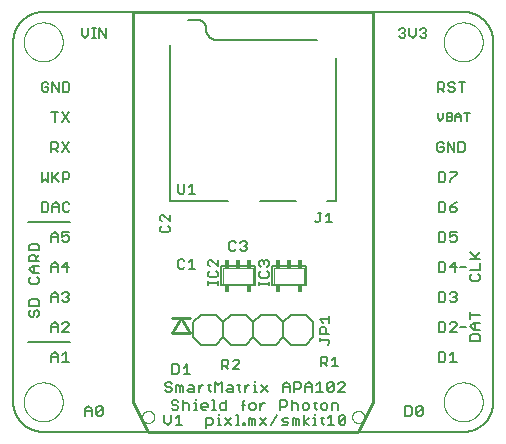
<source format=gto>
G75*
%MOIN*%
%OFA0B0*%
%FSLAX25Y25*%
%IPPOS*%
%LPD*%
%AMOC8*
5,1,8,0,0,1.08239X$1,22.5*
%
%ADD10C,0.00800*%
%ADD11C,0.01000*%
%ADD12C,0.00500*%
%ADD13C,0.00039*%
%ADD14C,0.00295*%
%ADD15R,0.01299X0.02953*%
%ADD16C,0.00600*%
%ADD17C,0.00000*%
D10*
X0010000Y0000000D02*
X0150000Y0000000D01*
X0150242Y0000003D01*
X0150483Y0000012D01*
X0150724Y0000026D01*
X0150965Y0000047D01*
X0151205Y0000073D01*
X0151445Y0000105D01*
X0151684Y0000143D01*
X0151921Y0000186D01*
X0152158Y0000236D01*
X0152393Y0000291D01*
X0152627Y0000351D01*
X0152859Y0000418D01*
X0153090Y0000489D01*
X0153319Y0000567D01*
X0153546Y0000650D01*
X0153771Y0000738D01*
X0153994Y0000832D01*
X0154214Y0000931D01*
X0154432Y0001036D01*
X0154647Y0001145D01*
X0154860Y0001260D01*
X0155070Y0001380D01*
X0155276Y0001505D01*
X0155480Y0001635D01*
X0155681Y0001770D01*
X0155878Y0001910D01*
X0156072Y0002054D01*
X0156262Y0002203D01*
X0156448Y0002357D01*
X0156631Y0002515D01*
X0156810Y0002677D01*
X0156985Y0002844D01*
X0157156Y0003015D01*
X0157323Y0003190D01*
X0157485Y0003369D01*
X0157643Y0003552D01*
X0157797Y0003738D01*
X0157946Y0003928D01*
X0158090Y0004122D01*
X0158230Y0004319D01*
X0158365Y0004520D01*
X0158495Y0004724D01*
X0158620Y0004930D01*
X0158740Y0005140D01*
X0158855Y0005353D01*
X0158964Y0005568D01*
X0159069Y0005786D01*
X0159168Y0006006D01*
X0159262Y0006229D01*
X0159350Y0006454D01*
X0159433Y0006681D01*
X0159511Y0006910D01*
X0159582Y0007141D01*
X0159649Y0007373D01*
X0159709Y0007607D01*
X0159764Y0007842D01*
X0159814Y0008079D01*
X0159857Y0008316D01*
X0159895Y0008555D01*
X0159927Y0008795D01*
X0159953Y0009035D01*
X0159974Y0009276D01*
X0159988Y0009517D01*
X0159997Y0009758D01*
X0160000Y0010000D01*
X0160000Y0130000D01*
X0159997Y0130242D01*
X0159988Y0130483D01*
X0159974Y0130724D01*
X0159953Y0130965D01*
X0159927Y0131205D01*
X0159895Y0131445D01*
X0159857Y0131684D01*
X0159814Y0131921D01*
X0159764Y0132158D01*
X0159709Y0132393D01*
X0159649Y0132627D01*
X0159582Y0132859D01*
X0159511Y0133090D01*
X0159433Y0133319D01*
X0159350Y0133546D01*
X0159262Y0133771D01*
X0159168Y0133994D01*
X0159069Y0134214D01*
X0158964Y0134432D01*
X0158855Y0134647D01*
X0158740Y0134860D01*
X0158620Y0135070D01*
X0158495Y0135276D01*
X0158365Y0135480D01*
X0158230Y0135681D01*
X0158090Y0135878D01*
X0157946Y0136072D01*
X0157797Y0136262D01*
X0157643Y0136448D01*
X0157485Y0136631D01*
X0157323Y0136810D01*
X0157156Y0136985D01*
X0156985Y0137156D01*
X0156810Y0137323D01*
X0156631Y0137485D01*
X0156448Y0137643D01*
X0156262Y0137797D01*
X0156072Y0137946D01*
X0155878Y0138090D01*
X0155681Y0138230D01*
X0155480Y0138365D01*
X0155276Y0138495D01*
X0155070Y0138620D01*
X0154860Y0138740D01*
X0154647Y0138855D01*
X0154432Y0138964D01*
X0154214Y0139069D01*
X0153994Y0139168D01*
X0153771Y0139262D01*
X0153546Y0139350D01*
X0153319Y0139433D01*
X0153090Y0139511D01*
X0152859Y0139582D01*
X0152627Y0139649D01*
X0152393Y0139709D01*
X0152158Y0139764D01*
X0151921Y0139814D01*
X0151684Y0139857D01*
X0151445Y0139895D01*
X0151205Y0139927D01*
X0150965Y0139953D01*
X0150724Y0139974D01*
X0150483Y0139988D01*
X0150242Y0139997D01*
X0150000Y0140000D01*
X0010000Y0140000D01*
X0009758Y0139997D01*
X0009517Y0139988D01*
X0009276Y0139974D01*
X0009035Y0139953D01*
X0008795Y0139927D01*
X0008555Y0139895D01*
X0008316Y0139857D01*
X0008079Y0139814D01*
X0007842Y0139764D01*
X0007607Y0139709D01*
X0007373Y0139649D01*
X0007141Y0139582D01*
X0006910Y0139511D01*
X0006681Y0139433D01*
X0006454Y0139350D01*
X0006229Y0139262D01*
X0006006Y0139168D01*
X0005786Y0139069D01*
X0005568Y0138964D01*
X0005353Y0138855D01*
X0005140Y0138740D01*
X0004930Y0138620D01*
X0004724Y0138495D01*
X0004520Y0138365D01*
X0004319Y0138230D01*
X0004122Y0138090D01*
X0003928Y0137946D01*
X0003738Y0137797D01*
X0003552Y0137643D01*
X0003369Y0137485D01*
X0003190Y0137323D01*
X0003015Y0137156D01*
X0002844Y0136985D01*
X0002677Y0136810D01*
X0002515Y0136631D01*
X0002357Y0136448D01*
X0002203Y0136262D01*
X0002054Y0136072D01*
X0001910Y0135878D01*
X0001770Y0135681D01*
X0001635Y0135480D01*
X0001505Y0135276D01*
X0001380Y0135070D01*
X0001260Y0134860D01*
X0001145Y0134647D01*
X0001036Y0134432D01*
X0000931Y0134214D01*
X0000832Y0133994D01*
X0000738Y0133771D01*
X0000650Y0133546D01*
X0000567Y0133319D01*
X0000489Y0133090D01*
X0000418Y0132859D01*
X0000351Y0132627D01*
X0000291Y0132393D01*
X0000236Y0132158D01*
X0000186Y0131921D01*
X0000143Y0131684D01*
X0000105Y0131445D01*
X0000073Y0131205D01*
X0000047Y0130965D01*
X0000026Y0130724D01*
X0000012Y0130483D01*
X0000003Y0130242D01*
X0000000Y0130000D01*
X0000000Y0010000D01*
X0000003Y0009758D01*
X0000012Y0009517D01*
X0000026Y0009276D01*
X0000047Y0009035D01*
X0000073Y0008795D01*
X0000105Y0008555D01*
X0000143Y0008316D01*
X0000186Y0008079D01*
X0000236Y0007842D01*
X0000291Y0007607D01*
X0000351Y0007373D01*
X0000418Y0007141D01*
X0000489Y0006910D01*
X0000567Y0006681D01*
X0000650Y0006454D01*
X0000738Y0006229D01*
X0000832Y0006006D01*
X0000931Y0005786D01*
X0001036Y0005568D01*
X0001145Y0005353D01*
X0001260Y0005140D01*
X0001380Y0004930D01*
X0001505Y0004724D01*
X0001635Y0004520D01*
X0001770Y0004319D01*
X0001910Y0004122D01*
X0002054Y0003928D01*
X0002203Y0003738D01*
X0002357Y0003552D01*
X0002515Y0003369D01*
X0002677Y0003190D01*
X0002844Y0003015D01*
X0003015Y0002844D01*
X0003190Y0002677D01*
X0003369Y0002515D01*
X0003552Y0002357D01*
X0003738Y0002203D01*
X0003928Y0002054D01*
X0004122Y0001910D01*
X0004319Y0001770D01*
X0004520Y0001635D01*
X0004724Y0001505D01*
X0004930Y0001380D01*
X0005140Y0001260D01*
X0005353Y0001145D01*
X0005568Y0001036D01*
X0005786Y0000931D01*
X0006006Y0000832D01*
X0006229Y0000738D01*
X0006454Y0000650D01*
X0006681Y0000567D01*
X0006910Y0000489D01*
X0007141Y0000418D01*
X0007373Y0000351D01*
X0007607Y0000291D01*
X0007842Y0000236D01*
X0008079Y0000186D01*
X0008316Y0000143D01*
X0008555Y0000105D01*
X0008795Y0000073D01*
X0009035Y0000047D01*
X0009276Y0000026D01*
X0009517Y0000012D01*
X0009758Y0000003D01*
X0010000Y0000000D01*
X0050400Y0003468D02*
X0051468Y0002400D01*
X0052535Y0003468D01*
X0052535Y0005603D01*
X0054083Y0004535D02*
X0055151Y0005603D01*
X0055151Y0002400D01*
X0056218Y0002400D02*
X0054083Y0002400D01*
X0050400Y0003468D02*
X0050400Y0005603D01*
X0052856Y0007934D02*
X0053389Y0007400D01*
X0054457Y0007400D01*
X0054991Y0007934D01*
X0054991Y0008468D01*
X0054457Y0009001D01*
X0053389Y0009001D01*
X0052856Y0009535D01*
X0052856Y0010069D01*
X0053389Y0010603D01*
X0054457Y0010603D01*
X0054991Y0010069D01*
X0056539Y0010603D02*
X0056539Y0007400D01*
X0056539Y0009001D02*
X0057073Y0009535D01*
X0058140Y0009535D01*
X0058674Y0009001D01*
X0058674Y0007400D01*
X0060222Y0007400D02*
X0061289Y0007400D01*
X0060756Y0007400D02*
X0060756Y0009535D01*
X0060222Y0009535D01*
X0060756Y0010603D02*
X0060756Y0011137D01*
X0060209Y0013400D02*
X0058607Y0013400D01*
X0058073Y0013934D01*
X0058607Y0014468D01*
X0060209Y0014468D01*
X0060209Y0015001D02*
X0060209Y0013400D01*
X0061757Y0013400D02*
X0061757Y0015535D01*
X0062824Y0015535D02*
X0063358Y0015535D01*
X0062824Y0015535D02*
X0061757Y0014468D01*
X0060209Y0015001D02*
X0059675Y0015535D01*
X0058607Y0015535D01*
X0056525Y0015001D02*
X0056525Y0013400D01*
X0055458Y0013400D02*
X0055458Y0015001D01*
X0055992Y0015535D01*
X0056525Y0015001D01*
X0055458Y0015001D02*
X0054924Y0015535D01*
X0054390Y0015535D01*
X0054390Y0013400D01*
X0052842Y0013934D02*
X0052308Y0013400D01*
X0051241Y0013400D01*
X0050707Y0013934D01*
X0051241Y0015001D02*
X0052308Y0015001D01*
X0052842Y0014468D01*
X0052842Y0013934D01*
X0051241Y0015001D02*
X0050707Y0015535D01*
X0050707Y0016069D01*
X0051241Y0016603D01*
X0052308Y0016603D01*
X0052842Y0016069D01*
X0053069Y0019337D02*
X0054671Y0019337D01*
X0055204Y0019871D01*
X0055204Y0022006D01*
X0054671Y0022540D01*
X0053069Y0022540D01*
X0053069Y0019337D01*
X0056752Y0019337D02*
X0058888Y0019337D01*
X0057820Y0019337D02*
X0057820Y0022540D01*
X0056752Y0021472D01*
X0064826Y0015535D02*
X0065893Y0015535D01*
X0065360Y0016069D02*
X0065360Y0013934D01*
X0065893Y0013400D01*
X0067281Y0013400D02*
X0067281Y0016603D01*
X0068349Y0015535D01*
X0069416Y0016603D01*
X0069416Y0013400D01*
X0070964Y0013934D02*
X0071498Y0014468D01*
X0073100Y0014468D01*
X0073100Y0015001D02*
X0073100Y0013400D01*
X0071498Y0013400D01*
X0070964Y0013934D01*
X0071498Y0015535D02*
X0072566Y0015535D01*
X0073100Y0015001D01*
X0074648Y0015535D02*
X0075715Y0015535D01*
X0075181Y0016069D02*
X0075181Y0013934D01*
X0075715Y0013400D01*
X0077103Y0013400D02*
X0077103Y0015535D01*
X0077103Y0014468D02*
X0078171Y0015535D01*
X0078704Y0015535D01*
X0080172Y0015535D02*
X0080706Y0015535D01*
X0080706Y0013400D01*
X0080172Y0013400D02*
X0081240Y0013400D01*
X0082628Y0013400D02*
X0084763Y0015535D01*
X0082628Y0015535D02*
X0084763Y0013400D01*
X0080706Y0016603D02*
X0080706Y0017137D01*
X0075352Y0020900D02*
X0073217Y0020900D01*
X0075352Y0023035D01*
X0075352Y0023569D01*
X0074818Y0024103D01*
X0073751Y0024103D01*
X0073217Y0023569D01*
X0071669Y0023569D02*
X0071669Y0022501D01*
X0071135Y0021968D01*
X0069534Y0021968D01*
X0070601Y0021968D02*
X0071669Y0020900D01*
X0069534Y0020900D02*
X0069534Y0024103D01*
X0071135Y0024103D01*
X0071669Y0023569D01*
X0070951Y0010603D02*
X0070951Y0007400D01*
X0069350Y0007400D01*
X0068816Y0007934D01*
X0068816Y0009001D01*
X0069350Y0009535D01*
X0070951Y0009535D01*
X0067428Y0007400D02*
X0066360Y0007400D01*
X0066894Y0007400D02*
X0066894Y0010603D01*
X0066360Y0010603D01*
X0064812Y0009001D02*
X0064812Y0008468D01*
X0062677Y0008468D01*
X0062677Y0009001D02*
X0062677Y0007934D01*
X0063211Y0007400D01*
X0064279Y0007400D01*
X0064812Y0009001D02*
X0064279Y0009535D01*
X0063211Y0009535D01*
X0062677Y0009001D01*
X0068617Y0006137D02*
X0068617Y0005603D01*
X0068617Y0004535D02*
X0068617Y0002400D01*
X0068083Y0002400D02*
X0069151Y0002400D01*
X0070539Y0002400D02*
X0072674Y0004535D01*
X0074222Y0005603D02*
X0074755Y0005603D01*
X0074755Y0002400D01*
X0074222Y0002400D02*
X0075289Y0002400D01*
X0076677Y0002400D02*
X0077211Y0002400D01*
X0077211Y0002934D01*
X0076677Y0002934D01*
X0076677Y0002400D01*
X0078519Y0002400D02*
X0078519Y0004535D01*
X0079052Y0004535D01*
X0079586Y0004001D01*
X0080120Y0004535D01*
X0080654Y0004001D01*
X0080654Y0002400D01*
X0079586Y0002400D02*
X0079586Y0004001D01*
X0082202Y0004535D02*
X0084337Y0002400D01*
X0085885Y0002400D02*
X0088020Y0005603D01*
X0089073Y0007400D02*
X0089073Y0010603D01*
X0090675Y0010603D01*
X0091208Y0010069D01*
X0091208Y0009001D01*
X0090675Y0008468D01*
X0089073Y0008468D01*
X0092756Y0009001D02*
X0093290Y0009535D01*
X0094358Y0009535D01*
X0094891Y0009001D01*
X0094891Y0007400D01*
X0096439Y0007934D02*
X0096439Y0009001D01*
X0096973Y0009535D01*
X0098041Y0009535D01*
X0098575Y0009001D01*
X0098575Y0007934D01*
X0098041Y0007400D01*
X0096973Y0007400D01*
X0096439Y0007934D01*
X0096934Y0005603D02*
X0096934Y0002400D01*
X0096934Y0003468D02*
X0098536Y0004535D01*
X0100004Y0004535D02*
X0100537Y0004535D01*
X0100537Y0002400D01*
X0100004Y0002400D02*
X0101071Y0002400D01*
X0102993Y0002934D02*
X0103527Y0002400D01*
X0102993Y0002934D02*
X0102993Y0005069D01*
X0102459Y0004535D02*
X0103527Y0004535D01*
X0104915Y0004535D02*
X0105982Y0005603D01*
X0105982Y0002400D01*
X0104915Y0002400D02*
X0107050Y0002400D01*
X0108598Y0002934D02*
X0110733Y0005069D01*
X0110733Y0002934D01*
X0110199Y0002400D01*
X0109131Y0002400D01*
X0108598Y0002934D01*
X0108598Y0005069D01*
X0109131Y0005603D01*
X0110199Y0005603D01*
X0110733Y0005069D01*
X0108396Y0007400D02*
X0108396Y0009001D01*
X0107863Y0009535D01*
X0106261Y0009535D01*
X0106261Y0007400D01*
X0104713Y0007934D02*
X0104713Y0009001D01*
X0104179Y0009535D01*
X0103112Y0009535D01*
X0102578Y0009001D01*
X0102578Y0007934D01*
X0103112Y0007400D01*
X0104179Y0007400D01*
X0104713Y0007934D01*
X0101190Y0007400D02*
X0100656Y0007934D01*
X0100656Y0010069D01*
X0100123Y0009535D02*
X0101190Y0009535D01*
X0100537Y0006137D02*
X0100537Y0005603D01*
X0098536Y0002400D02*
X0096934Y0003468D01*
X0095386Y0004001D02*
X0095386Y0002400D01*
X0094319Y0002400D02*
X0094319Y0004001D01*
X0094853Y0004535D01*
X0095386Y0004001D01*
X0094319Y0004001D02*
X0093785Y0004535D01*
X0093251Y0004535D01*
X0093251Y0002400D01*
X0091703Y0002934D02*
X0091170Y0003468D01*
X0090102Y0003468D01*
X0089568Y0004001D01*
X0090102Y0004535D01*
X0091703Y0004535D01*
X0091703Y0002934D02*
X0091170Y0002400D01*
X0089568Y0002400D01*
X0084337Y0004535D02*
X0082202Y0002400D01*
X0082321Y0007400D02*
X0082321Y0009535D01*
X0082321Y0008468D02*
X0083388Y0009535D01*
X0083922Y0009535D01*
X0080773Y0009001D02*
X0080773Y0007934D01*
X0080239Y0007400D01*
X0079171Y0007400D01*
X0078638Y0007934D01*
X0078638Y0009001D01*
X0079171Y0009535D01*
X0080239Y0009535D01*
X0080773Y0009001D01*
X0077250Y0009001D02*
X0076182Y0009001D01*
X0076716Y0010069D02*
X0077250Y0010603D01*
X0076716Y0010069D02*
X0076716Y0007400D01*
X0072674Y0002400D02*
X0070539Y0004535D01*
X0068617Y0004535D02*
X0068083Y0004535D01*
X0066535Y0004001D02*
X0066535Y0002934D01*
X0066001Y0002400D01*
X0064400Y0002400D01*
X0064400Y0001332D02*
X0064400Y0004535D01*
X0066001Y0004535D01*
X0066535Y0004001D01*
X0089994Y0013400D02*
X0089994Y0015535D01*
X0091062Y0016603D01*
X0092129Y0015535D01*
X0092129Y0013400D01*
X0093677Y0013400D02*
X0093677Y0016603D01*
X0095278Y0016603D01*
X0095812Y0016069D01*
X0095812Y0015001D01*
X0095278Y0014468D01*
X0093677Y0014468D01*
X0092129Y0015001D02*
X0089994Y0015001D01*
X0092756Y0010603D02*
X0092756Y0007400D01*
X0097360Y0013400D02*
X0097360Y0015535D01*
X0098428Y0016603D01*
X0099495Y0015535D01*
X0099495Y0013400D01*
X0101043Y0013400D02*
X0103179Y0013400D01*
X0102111Y0013400D02*
X0102111Y0016603D01*
X0101043Y0015535D01*
X0099495Y0015001D02*
X0097360Y0015001D01*
X0104727Y0013934D02*
X0106862Y0016069D01*
X0106862Y0013934D01*
X0106328Y0013400D01*
X0105260Y0013400D01*
X0104727Y0013934D01*
X0104727Y0016069D01*
X0105260Y0016603D01*
X0106328Y0016603D01*
X0106862Y0016069D01*
X0108410Y0016069D02*
X0108943Y0016603D01*
X0110011Y0016603D01*
X0110545Y0016069D01*
X0110545Y0015535D01*
X0108410Y0013400D01*
X0110545Y0013400D01*
X0108352Y0021900D02*
X0106217Y0021900D01*
X0107284Y0021900D02*
X0107284Y0025103D01*
X0106217Y0024035D01*
X0104669Y0023501D02*
X0104135Y0022968D01*
X0102534Y0022968D01*
X0103601Y0022968D02*
X0104669Y0021900D01*
X0104669Y0023501D02*
X0104669Y0024569D01*
X0104135Y0025103D01*
X0102534Y0025103D01*
X0102534Y0021900D01*
X0104866Y0029100D02*
X0105400Y0029634D01*
X0105400Y0030168D01*
X0104866Y0030701D01*
X0102197Y0030701D01*
X0102197Y0030168D02*
X0102197Y0031235D01*
X0102197Y0032783D02*
X0102197Y0034385D01*
X0102731Y0034918D01*
X0103799Y0034918D01*
X0104332Y0034385D01*
X0104332Y0032783D01*
X0105400Y0032783D02*
X0102197Y0032783D01*
X0103265Y0036466D02*
X0102197Y0037534D01*
X0105400Y0037534D01*
X0105400Y0038601D02*
X0105400Y0036466D01*
X0085100Y0048900D02*
X0085100Y0049968D01*
X0085100Y0049434D02*
X0081897Y0049434D01*
X0081897Y0048900D02*
X0081897Y0049968D01*
X0082431Y0051355D02*
X0084566Y0051355D01*
X0085100Y0051889D01*
X0085100Y0052957D01*
X0084566Y0053491D01*
X0084566Y0055039D02*
X0085100Y0055572D01*
X0085100Y0056640D01*
X0084566Y0057174D01*
X0084032Y0057174D01*
X0083499Y0056640D01*
X0083499Y0056106D01*
X0083499Y0056640D02*
X0082965Y0057174D01*
X0082431Y0057174D01*
X0081897Y0056640D01*
X0081897Y0055572D01*
X0082431Y0055039D01*
X0082431Y0053491D02*
X0081897Y0052957D01*
X0081897Y0051889D01*
X0082431Y0051355D01*
X0077318Y0060400D02*
X0076251Y0060400D01*
X0075717Y0060934D01*
X0076784Y0062001D02*
X0077318Y0062001D01*
X0077852Y0061468D01*
X0077852Y0060934D01*
X0077318Y0060400D01*
X0077318Y0062001D02*
X0077852Y0062535D01*
X0077852Y0063069D01*
X0077318Y0063603D01*
X0076251Y0063603D01*
X0075717Y0063069D01*
X0074169Y0063069D02*
X0073635Y0063603D01*
X0072567Y0063603D01*
X0072034Y0063069D01*
X0072034Y0060934D01*
X0072567Y0060400D01*
X0073635Y0060400D01*
X0074169Y0060934D01*
X0068100Y0057352D02*
X0068100Y0055217D01*
X0065965Y0057352D01*
X0065431Y0057352D01*
X0064897Y0056818D01*
X0064897Y0055751D01*
X0065431Y0055217D01*
X0065431Y0053669D02*
X0064897Y0053135D01*
X0064897Y0052067D01*
X0065431Y0051534D01*
X0067566Y0051534D01*
X0068100Y0052067D01*
X0068100Y0053135D01*
X0067566Y0053669D01*
X0068100Y0050146D02*
X0068100Y0049078D01*
X0068100Y0049612D02*
X0064897Y0049612D01*
X0064897Y0049078D02*
X0064897Y0050146D01*
X0060718Y0054400D02*
X0058583Y0054400D01*
X0059651Y0054400D02*
X0059651Y0057603D01*
X0058583Y0056535D01*
X0057035Y0057069D02*
X0056501Y0057603D01*
X0055434Y0057603D01*
X0054900Y0057069D01*
X0054900Y0054934D01*
X0055434Y0054400D01*
X0056501Y0054400D01*
X0057035Y0054934D01*
X0051566Y0066534D02*
X0049431Y0066534D01*
X0048897Y0067067D01*
X0048897Y0068135D01*
X0049431Y0068669D01*
X0049431Y0070217D02*
X0048897Y0070751D01*
X0048897Y0071818D01*
X0049431Y0072352D01*
X0049965Y0072352D01*
X0052100Y0070217D01*
X0052100Y0072352D01*
X0051566Y0068669D02*
X0052100Y0068135D01*
X0052100Y0067067D01*
X0051566Y0066534D01*
X0052382Y0077000D02*
X0071673Y0077000D01*
X0082303Y0077000D02*
X0094114Y0077000D01*
X0101601Y0073103D02*
X0102669Y0073103D01*
X0102135Y0073103D02*
X0102135Y0070434D01*
X0101601Y0069900D01*
X0101067Y0069900D01*
X0100534Y0070434D01*
X0104217Y0069900D02*
X0106352Y0069900D01*
X0105284Y0069900D02*
X0105284Y0073103D01*
X0104217Y0072035D01*
X0104744Y0077000D02*
X0107500Y0077000D01*
X0107500Y0124638D01*
X0101201Y0130543D02*
X0068130Y0130543D01*
X0068004Y0130548D01*
X0067879Y0130557D01*
X0067754Y0130570D01*
X0067630Y0130587D01*
X0067506Y0130607D01*
X0067383Y0130631D01*
X0067261Y0130659D01*
X0067140Y0130691D01*
X0067020Y0130727D01*
X0066901Y0130766D01*
X0066783Y0130809D01*
X0066667Y0130856D01*
X0066552Y0130906D01*
X0066438Y0130960D01*
X0066327Y0131018D01*
X0066217Y0131078D01*
X0066110Y0131143D01*
X0066004Y0131210D01*
X0065900Y0131281D01*
X0065799Y0131355D01*
X0065700Y0131432D01*
X0065603Y0131512D01*
X0065509Y0131595D01*
X0065418Y0131680D01*
X0065329Y0131769D01*
X0065244Y0131860D01*
X0065161Y0131954D01*
X0065081Y0132051D01*
X0065004Y0132150D01*
X0064930Y0132251D01*
X0064859Y0132355D01*
X0064792Y0132461D01*
X0064727Y0132568D01*
X0064667Y0132678D01*
X0064609Y0132789D01*
X0064555Y0132903D01*
X0064505Y0133018D01*
X0064458Y0133134D01*
X0064415Y0133252D01*
X0064376Y0133371D01*
X0064340Y0133491D01*
X0064308Y0133612D01*
X0064280Y0133734D01*
X0064256Y0133857D01*
X0064236Y0133981D01*
X0064219Y0134105D01*
X0064206Y0134230D01*
X0064197Y0134355D01*
X0064192Y0134481D01*
X0064193Y0134480D02*
X0064199Y0134581D01*
X0064201Y0134681D01*
X0064199Y0134782D01*
X0064193Y0134882D01*
X0064183Y0134982D01*
X0064169Y0135082D01*
X0064151Y0135181D01*
X0064129Y0135279D01*
X0064104Y0135376D01*
X0064075Y0135473D01*
X0064042Y0135568D01*
X0064005Y0135661D01*
X0063964Y0135753D01*
X0063920Y0135844D01*
X0063873Y0135933D01*
X0063822Y0136019D01*
X0063768Y0136104D01*
X0063710Y0136187D01*
X0063650Y0136267D01*
X0063586Y0136344D01*
X0063519Y0136420D01*
X0063449Y0136492D01*
X0063377Y0136562D01*
X0063301Y0136629D01*
X0063224Y0136693D01*
X0063144Y0136753D01*
X0063061Y0136811D01*
X0062976Y0136865D01*
X0062890Y0136916D01*
X0062801Y0136963D01*
X0062710Y0137007D01*
X0062618Y0137048D01*
X0062525Y0137085D01*
X0062430Y0137118D01*
X0062333Y0137147D01*
X0062236Y0137172D01*
X0062138Y0137194D01*
X0062039Y0137212D01*
X0061939Y0137226D01*
X0061839Y0137236D01*
X0061739Y0137242D01*
X0061638Y0137244D01*
X0061538Y0137242D01*
X0061437Y0137236D01*
X0058287Y0137236D01*
X0052382Y0128969D02*
X0052382Y0077000D01*
X0054900Y0079934D02*
X0055434Y0079400D01*
X0056501Y0079400D01*
X0057035Y0079934D01*
X0057035Y0082603D01*
X0058583Y0081535D02*
X0059651Y0082603D01*
X0059651Y0079400D01*
X0060718Y0079400D02*
X0058583Y0079400D01*
X0054900Y0079934D02*
X0054900Y0082603D01*
X0008600Y0062100D02*
X0008600Y0060499D01*
X0005397Y0060499D01*
X0005397Y0062100D01*
X0005931Y0062634D01*
X0008066Y0062634D01*
X0008600Y0062100D01*
X0008600Y0058951D02*
X0007532Y0057883D01*
X0007532Y0058417D02*
X0007532Y0056816D01*
X0008600Y0056816D02*
X0005397Y0056816D01*
X0005397Y0058417D01*
X0005931Y0058951D01*
X0006999Y0058951D01*
X0007532Y0058417D01*
X0006999Y0055268D02*
X0006999Y0053133D01*
X0006465Y0053133D02*
X0005397Y0054200D01*
X0006465Y0055268D01*
X0008600Y0055268D01*
X0008600Y0053133D02*
X0006465Y0053133D01*
X0005931Y0051585D02*
X0005397Y0051051D01*
X0005397Y0049983D01*
X0005931Y0049449D01*
X0008066Y0049449D01*
X0008600Y0049983D01*
X0008600Y0051051D01*
X0008066Y0051585D01*
X0008066Y0044218D02*
X0005931Y0044218D01*
X0005397Y0043685D01*
X0005397Y0042083D01*
X0008600Y0042083D01*
X0008600Y0043685D01*
X0008066Y0044218D01*
X0008066Y0040535D02*
X0008600Y0040001D01*
X0008600Y0038934D01*
X0008066Y0038400D01*
X0006999Y0038934D02*
X0006999Y0040001D01*
X0007532Y0040535D01*
X0008066Y0040535D01*
X0006999Y0038934D02*
X0006465Y0038400D01*
X0005931Y0038400D01*
X0005397Y0038934D01*
X0005397Y0040001D01*
X0005931Y0040535D01*
X0152397Y0039901D02*
X0152397Y0037766D01*
X0152397Y0038834D02*
X0155600Y0038834D01*
X0155600Y0036218D02*
X0153465Y0036218D01*
X0152397Y0035151D01*
X0153465Y0034083D01*
X0155600Y0034083D01*
X0153999Y0034083D02*
X0153999Y0036218D01*
X0155066Y0032535D02*
X0152931Y0032535D01*
X0152397Y0032001D01*
X0152397Y0030400D01*
X0155600Y0030400D01*
X0155600Y0032001D01*
X0155066Y0032535D01*
X0155066Y0050400D02*
X0155600Y0050934D01*
X0155600Y0052001D01*
X0155066Y0052535D01*
X0155600Y0054083D02*
X0155600Y0056218D01*
X0155600Y0057766D02*
X0152397Y0057766D01*
X0153999Y0058300D02*
X0155600Y0059901D01*
X0154532Y0057766D02*
X0152397Y0059901D01*
X0152397Y0054083D02*
X0155600Y0054083D01*
X0152931Y0052535D02*
X0152397Y0052001D01*
X0152397Y0050934D01*
X0152931Y0050400D01*
X0155066Y0050400D01*
D11*
X0120000Y0010000D02*
X0115000Y0000000D01*
X0045000Y0000000D01*
X0040000Y0010000D01*
X0040000Y0140000D01*
X0120000Y0140000D01*
X0120000Y0010000D01*
X0115000Y0000000D01*
X0045000Y0000000D01*
X0040000Y0010000D01*
X0040000Y0140000D01*
X0120000Y0140000D01*
X0120000Y0010000D01*
X0059000Y0033000D02*
X0056000Y0038000D01*
X0059000Y0038000D01*
X0056000Y0038000D02*
X0053000Y0038000D01*
X0056000Y0038000D02*
X0053000Y0033000D01*
X0059000Y0033000D01*
D12*
X0069409Y0048850D02*
X0080591Y0048850D01*
X0080591Y0055150D01*
X0069409Y0055150D01*
X0069409Y0048850D01*
X0086409Y0048850D02*
X0097591Y0048850D01*
X0097591Y0055150D01*
X0086409Y0055150D01*
X0086409Y0048850D01*
X0149000Y0055000D02*
X0151000Y0055000D01*
X0151000Y0035000D02*
X0149000Y0035000D01*
X0149195Y0103650D02*
X0149195Y0105452D01*
X0148294Y0106352D01*
X0147393Y0105452D01*
X0147393Y0103650D01*
X0146248Y0104100D02*
X0145798Y0103650D01*
X0144447Y0103650D01*
X0144447Y0106352D01*
X0145798Y0106352D01*
X0146248Y0105902D01*
X0146248Y0105452D01*
X0145798Y0105001D01*
X0144447Y0105001D01*
X0143302Y0104551D02*
X0143302Y0106352D01*
X0143302Y0104551D02*
X0142401Y0103650D01*
X0141500Y0104551D01*
X0141500Y0106352D01*
X0145798Y0105001D02*
X0146248Y0104551D01*
X0146248Y0104100D01*
X0147393Y0105001D02*
X0149195Y0105001D01*
X0150340Y0106352D02*
X0152141Y0106352D01*
X0151240Y0106352D02*
X0151240Y0103650D01*
X0019000Y0070000D02*
X0005000Y0070000D01*
X0005000Y0030000D02*
X0019000Y0030000D01*
D13*
X0075000Y0057079D02*
X0075000Y0057118D01*
X0092000Y0057079D02*
X0092000Y0057118D01*
D14*
X0097000Y0054598D02*
X0086961Y0054598D01*
X0086961Y0049441D01*
X0097000Y0049441D01*
X0097000Y0054598D01*
X0080000Y0054598D02*
X0080000Y0049441D01*
X0069961Y0049441D01*
X0069961Y0054598D01*
X0080000Y0054598D01*
D15*
X0078720Y0056114D03*
X0074980Y0056114D03*
X0071240Y0056114D03*
X0071240Y0047886D03*
X0078720Y0047846D03*
X0088240Y0047886D03*
X0095720Y0047846D03*
X0095720Y0056114D03*
X0091980Y0056114D03*
X0088240Y0056114D03*
D16*
X0087500Y0039000D02*
X0082500Y0039000D01*
X0080000Y0036500D01*
X0080000Y0031500D01*
X0077500Y0029000D01*
X0072500Y0029000D01*
X0070000Y0031500D01*
X0067500Y0029000D01*
X0062500Y0029000D01*
X0060000Y0031500D01*
X0060000Y0036500D01*
X0062500Y0039000D01*
X0067500Y0039000D01*
X0070000Y0036500D01*
X0072500Y0039000D01*
X0077500Y0039000D01*
X0080000Y0036500D01*
X0087500Y0039000D02*
X0090000Y0036500D01*
X0092500Y0039000D01*
X0097500Y0039000D01*
X0100000Y0036500D01*
X0100000Y0031500D01*
X0097500Y0029000D01*
X0092500Y0029000D01*
X0090000Y0031500D01*
X0087500Y0029000D01*
X0082500Y0029000D01*
X0080000Y0031500D01*
X0090000Y0031500D02*
X0090000Y0036500D01*
X0070000Y0036500D02*
X0070000Y0031500D01*
X0029819Y0008136D02*
X0029819Y0005867D01*
X0029251Y0005300D01*
X0028117Y0005300D01*
X0027550Y0005867D01*
X0029819Y0008136D01*
X0029251Y0008703D01*
X0028117Y0008703D01*
X0027550Y0008136D01*
X0027550Y0005867D01*
X0026135Y0005300D02*
X0026135Y0007569D01*
X0025001Y0008703D01*
X0023867Y0007569D01*
X0023867Y0005300D01*
X0023867Y0007001D02*
X0026135Y0007001D01*
X0018635Y0023300D02*
X0016367Y0023300D01*
X0017501Y0023300D02*
X0017501Y0026703D01*
X0016367Y0025569D01*
X0014952Y0025569D02*
X0014952Y0023300D01*
X0014952Y0025001D02*
X0012684Y0025001D01*
X0012684Y0025569D02*
X0012684Y0023300D01*
X0012684Y0025569D02*
X0013818Y0026703D01*
X0014952Y0025569D01*
X0014952Y0033300D02*
X0014952Y0035569D01*
X0013818Y0036703D01*
X0012684Y0035569D01*
X0012684Y0033300D01*
X0012684Y0035001D02*
X0014952Y0035001D01*
X0016367Y0036136D02*
X0016934Y0036703D01*
X0018068Y0036703D01*
X0018635Y0036136D01*
X0018635Y0035569D01*
X0016367Y0033300D01*
X0018635Y0033300D01*
X0018068Y0043300D02*
X0016934Y0043300D01*
X0016367Y0043867D01*
X0014952Y0043300D02*
X0014952Y0045569D01*
X0013818Y0046703D01*
X0012684Y0045569D01*
X0012684Y0043300D01*
X0012684Y0045001D02*
X0014952Y0045001D01*
X0016367Y0046136D02*
X0016934Y0046703D01*
X0018068Y0046703D01*
X0018635Y0046136D01*
X0018635Y0045569D01*
X0018068Y0045001D01*
X0018635Y0044434D01*
X0018635Y0043867D01*
X0018068Y0043300D01*
X0018068Y0045001D02*
X0017501Y0045001D01*
X0018068Y0053300D02*
X0018068Y0056703D01*
X0016367Y0055001D01*
X0018635Y0055001D01*
X0014952Y0055001D02*
X0012684Y0055001D01*
X0012684Y0055569D02*
X0013818Y0056703D01*
X0014952Y0055569D01*
X0014952Y0053300D01*
X0012684Y0053300D02*
X0012684Y0055569D01*
X0012684Y0063300D02*
X0012684Y0065569D01*
X0013818Y0066703D01*
X0014952Y0065569D01*
X0014952Y0063300D01*
X0016367Y0063867D02*
X0016934Y0063300D01*
X0018068Y0063300D01*
X0018635Y0063867D01*
X0018635Y0065001D01*
X0018068Y0065569D01*
X0017501Y0065569D01*
X0016367Y0065001D01*
X0016367Y0066703D01*
X0018635Y0066703D01*
X0014952Y0065001D02*
X0012684Y0065001D01*
X0013052Y0073400D02*
X0013052Y0075535D01*
X0014120Y0076603D01*
X0015187Y0075535D01*
X0015187Y0073400D01*
X0016551Y0073934D02*
X0017085Y0073400D01*
X0018152Y0073400D01*
X0018686Y0073934D01*
X0018686Y0076069D02*
X0018152Y0076603D01*
X0017085Y0076603D01*
X0016551Y0076069D01*
X0016551Y0073934D01*
X0015187Y0075001D02*
X0013052Y0075001D01*
X0011688Y0073934D02*
X0011688Y0076069D01*
X0011154Y0076603D01*
X0009553Y0076603D01*
X0009553Y0073400D01*
X0011154Y0073400D01*
X0011688Y0073934D01*
X0011688Y0083400D02*
X0011688Y0086603D01*
X0013052Y0086603D02*
X0013052Y0083400D01*
X0013052Y0084468D02*
X0015187Y0086603D01*
X0016551Y0086603D02*
X0018152Y0086603D01*
X0018686Y0086069D01*
X0018686Y0085001D01*
X0018152Y0084468D01*
X0016551Y0084468D01*
X0016551Y0083400D02*
X0016551Y0086603D01*
X0013586Y0085001D02*
X0015187Y0083400D01*
X0011688Y0083400D02*
X0010621Y0084468D01*
X0009553Y0083400D01*
X0009553Y0086603D01*
X0012684Y0093300D02*
X0012684Y0096703D01*
X0014385Y0096703D01*
X0014952Y0096136D01*
X0014952Y0095001D01*
X0014385Y0094434D01*
X0012684Y0094434D01*
X0013818Y0094434D02*
X0014952Y0093300D01*
X0016367Y0093300D02*
X0018635Y0096703D01*
X0016367Y0096703D02*
X0018635Y0093300D01*
X0018635Y0103300D02*
X0016367Y0106703D01*
X0014952Y0106703D02*
X0012684Y0106703D01*
X0013818Y0106703D02*
X0013818Y0103300D01*
X0016367Y0103300D02*
X0018635Y0106703D01*
X0018152Y0113400D02*
X0016551Y0113400D01*
X0016551Y0116603D01*
X0018152Y0116603D01*
X0018686Y0116069D01*
X0018686Y0113934D01*
X0018152Y0113400D01*
X0015187Y0113400D02*
X0015187Y0116603D01*
X0013052Y0116603D02*
X0015187Y0113400D01*
X0013052Y0113400D02*
X0013052Y0116603D01*
X0011688Y0116069D02*
X0011154Y0116603D01*
X0010087Y0116603D01*
X0009553Y0116069D01*
X0009553Y0113934D01*
X0010087Y0113400D01*
X0011154Y0113400D01*
X0011688Y0113934D01*
X0011688Y0115001D01*
X0010621Y0115001D01*
X0023952Y0131400D02*
X0025020Y0132468D01*
X0025020Y0134603D01*
X0026384Y0134603D02*
X0027451Y0134603D01*
X0026917Y0134603D02*
X0026917Y0131400D01*
X0026384Y0131400D02*
X0027451Y0131400D01*
X0028716Y0131400D02*
X0028716Y0134603D01*
X0030851Y0131400D01*
X0030851Y0134603D01*
X0023952Y0131400D02*
X0022885Y0132468D01*
X0022885Y0134603D01*
X0128552Y0134069D02*
X0129085Y0134603D01*
X0130153Y0134603D01*
X0130687Y0134069D01*
X0130687Y0133535D01*
X0130153Y0133001D01*
X0130687Y0132468D01*
X0130687Y0131934D01*
X0130153Y0131400D01*
X0129085Y0131400D01*
X0128552Y0131934D01*
X0129619Y0133001D02*
X0130153Y0133001D01*
X0132051Y0132468D02*
X0133118Y0131400D01*
X0134186Y0132468D01*
X0134186Y0134603D01*
X0135549Y0134069D02*
X0136083Y0134603D01*
X0137151Y0134603D01*
X0137685Y0134069D01*
X0137685Y0133535D01*
X0137151Y0133001D01*
X0137685Y0132468D01*
X0137685Y0131934D01*
X0137151Y0131400D01*
X0136083Y0131400D01*
X0135549Y0131934D01*
X0136617Y0133001D02*
X0137151Y0133001D01*
X0132051Y0132468D02*
X0132051Y0134603D01*
X0141550Y0116603D02*
X0143151Y0116603D01*
X0143685Y0116069D01*
X0143685Y0115001D01*
X0143151Y0114468D01*
X0141550Y0114468D01*
X0142618Y0114468D02*
X0143685Y0113400D01*
X0145049Y0113934D02*
X0145583Y0113400D01*
X0146650Y0113400D01*
X0147184Y0113934D01*
X0147184Y0114468D01*
X0146650Y0115001D01*
X0145583Y0115001D01*
X0145049Y0115535D01*
X0145049Y0116069D01*
X0145583Y0116603D01*
X0146650Y0116603D01*
X0147184Y0116069D01*
X0148548Y0116603D02*
X0150683Y0116603D01*
X0149616Y0116603D02*
X0149616Y0113400D01*
X0141550Y0113400D02*
X0141550Y0116603D01*
X0141834Y0096603D02*
X0141300Y0096069D01*
X0141300Y0093934D01*
X0141834Y0093400D01*
X0142901Y0093400D01*
X0143435Y0093934D01*
X0143435Y0095001D01*
X0142368Y0095001D01*
X0143435Y0096069D02*
X0142901Y0096603D01*
X0141834Y0096603D01*
X0144799Y0096603D02*
X0146934Y0093400D01*
X0146934Y0096603D01*
X0148298Y0096603D02*
X0149899Y0096603D01*
X0150433Y0096069D01*
X0150433Y0093934D01*
X0149899Y0093400D01*
X0148298Y0093400D01*
X0148298Y0096603D01*
X0144799Y0096603D02*
X0144799Y0093400D01*
X0145483Y0086703D02*
X0147752Y0086703D01*
X0147752Y0086136D01*
X0145483Y0083867D01*
X0145483Y0083300D01*
X0144069Y0083867D02*
X0144069Y0086136D01*
X0143501Y0086703D01*
X0141800Y0086703D01*
X0141800Y0083300D01*
X0143501Y0083300D01*
X0144069Y0083867D01*
X0143501Y0076703D02*
X0141800Y0076703D01*
X0141800Y0073300D01*
X0143501Y0073300D01*
X0144069Y0073867D01*
X0144069Y0076136D01*
X0143501Y0076703D01*
X0145483Y0075001D02*
X0147185Y0075001D01*
X0147752Y0074434D01*
X0147752Y0073867D01*
X0147185Y0073300D01*
X0146050Y0073300D01*
X0145483Y0073867D01*
X0145483Y0075001D01*
X0146617Y0076136D01*
X0147752Y0076703D01*
X0147752Y0066703D02*
X0145483Y0066703D01*
X0145483Y0065001D01*
X0146617Y0065569D01*
X0147185Y0065569D01*
X0147752Y0065001D01*
X0147752Y0063867D01*
X0147185Y0063300D01*
X0146050Y0063300D01*
X0145483Y0063867D01*
X0144069Y0063867D02*
X0144069Y0066136D01*
X0143501Y0066703D01*
X0141800Y0066703D01*
X0141800Y0063300D01*
X0143501Y0063300D01*
X0144069Y0063867D01*
X0143501Y0056703D02*
X0141800Y0056703D01*
X0141800Y0053300D01*
X0143501Y0053300D01*
X0144069Y0053867D01*
X0144069Y0056136D01*
X0143501Y0056703D01*
X0145483Y0055001D02*
X0147752Y0055001D01*
X0147185Y0053300D02*
X0147185Y0056703D01*
X0145483Y0055001D01*
X0146050Y0046703D02*
X0147185Y0046703D01*
X0147752Y0046136D01*
X0147752Y0045569D01*
X0147185Y0045001D01*
X0147752Y0044434D01*
X0147752Y0043867D01*
X0147185Y0043300D01*
X0146050Y0043300D01*
X0145483Y0043867D01*
X0144069Y0043867D02*
X0144069Y0046136D01*
X0143501Y0046703D01*
X0141800Y0046703D01*
X0141800Y0043300D01*
X0143501Y0043300D01*
X0144069Y0043867D01*
X0146617Y0045001D02*
X0147185Y0045001D01*
X0145483Y0046136D02*
X0146050Y0046703D01*
X0146050Y0036703D02*
X0145483Y0036136D01*
X0146050Y0036703D02*
X0147185Y0036703D01*
X0147752Y0036136D01*
X0147752Y0035569D01*
X0145483Y0033300D01*
X0147752Y0033300D01*
X0144069Y0033867D02*
X0144069Y0036136D01*
X0143501Y0036703D01*
X0141800Y0036703D01*
X0141800Y0033300D01*
X0143501Y0033300D01*
X0144069Y0033867D01*
X0143501Y0026703D02*
X0141800Y0026703D01*
X0141800Y0023300D01*
X0143501Y0023300D01*
X0144069Y0023867D01*
X0144069Y0026136D01*
X0143501Y0026703D01*
X0145483Y0025569D02*
X0146617Y0026703D01*
X0146617Y0023300D01*
X0145483Y0023300D02*
X0147752Y0023300D01*
X0136001Y0008703D02*
X0136569Y0008136D01*
X0134300Y0005867D01*
X0134867Y0005300D01*
X0136001Y0005300D01*
X0136569Y0005867D01*
X0136569Y0008136D01*
X0136001Y0008703D02*
X0134867Y0008703D01*
X0134300Y0008136D01*
X0134300Y0005867D01*
X0132885Y0005867D02*
X0132885Y0008136D01*
X0132318Y0008703D01*
X0130617Y0008703D01*
X0130617Y0005300D01*
X0132318Y0005300D01*
X0132885Y0005867D01*
D17*
X0143500Y0010000D02*
X0143502Y0010161D01*
X0143508Y0010321D01*
X0143518Y0010482D01*
X0143532Y0010642D01*
X0143550Y0010802D01*
X0143571Y0010961D01*
X0143597Y0011120D01*
X0143627Y0011278D01*
X0143660Y0011435D01*
X0143698Y0011592D01*
X0143739Y0011747D01*
X0143784Y0011901D01*
X0143833Y0012054D01*
X0143886Y0012206D01*
X0143942Y0012357D01*
X0144003Y0012506D01*
X0144066Y0012654D01*
X0144134Y0012800D01*
X0144205Y0012944D01*
X0144279Y0013086D01*
X0144357Y0013227D01*
X0144439Y0013365D01*
X0144524Y0013502D01*
X0144612Y0013636D01*
X0144704Y0013768D01*
X0144799Y0013898D01*
X0144897Y0014026D01*
X0144998Y0014151D01*
X0145102Y0014273D01*
X0145209Y0014393D01*
X0145319Y0014510D01*
X0145432Y0014625D01*
X0145548Y0014736D01*
X0145667Y0014845D01*
X0145788Y0014950D01*
X0145912Y0015053D01*
X0146038Y0015153D01*
X0146166Y0015249D01*
X0146297Y0015342D01*
X0146431Y0015432D01*
X0146566Y0015519D01*
X0146704Y0015602D01*
X0146843Y0015682D01*
X0146985Y0015758D01*
X0147128Y0015831D01*
X0147273Y0015900D01*
X0147420Y0015966D01*
X0147568Y0016028D01*
X0147718Y0016086D01*
X0147869Y0016141D01*
X0148022Y0016192D01*
X0148176Y0016239D01*
X0148331Y0016282D01*
X0148487Y0016321D01*
X0148643Y0016357D01*
X0148801Y0016388D01*
X0148959Y0016416D01*
X0149118Y0016440D01*
X0149278Y0016460D01*
X0149438Y0016476D01*
X0149598Y0016488D01*
X0149759Y0016496D01*
X0149920Y0016500D01*
X0150080Y0016500D01*
X0150241Y0016496D01*
X0150402Y0016488D01*
X0150562Y0016476D01*
X0150722Y0016460D01*
X0150882Y0016440D01*
X0151041Y0016416D01*
X0151199Y0016388D01*
X0151357Y0016357D01*
X0151513Y0016321D01*
X0151669Y0016282D01*
X0151824Y0016239D01*
X0151978Y0016192D01*
X0152131Y0016141D01*
X0152282Y0016086D01*
X0152432Y0016028D01*
X0152580Y0015966D01*
X0152727Y0015900D01*
X0152872Y0015831D01*
X0153015Y0015758D01*
X0153157Y0015682D01*
X0153296Y0015602D01*
X0153434Y0015519D01*
X0153569Y0015432D01*
X0153703Y0015342D01*
X0153834Y0015249D01*
X0153962Y0015153D01*
X0154088Y0015053D01*
X0154212Y0014950D01*
X0154333Y0014845D01*
X0154452Y0014736D01*
X0154568Y0014625D01*
X0154681Y0014510D01*
X0154791Y0014393D01*
X0154898Y0014273D01*
X0155002Y0014151D01*
X0155103Y0014026D01*
X0155201Y0013898D01*
X0155296Y0013768D01*
X0155388Y0013636D01*
X0155476Y0013502D01*
X0155561Y0013365D01*
X0155643Y0013227D01*
X0155721Y0013086D01*
X0155795Y0012944D01*
X0155866Y0012800D01*
X0155934Y0012654D01*
X0155997Y0012506D01*
X0156058Y0012357D01*
X0156114Y0012206D01*
X0156167Y0012054D01*
X0156216Y0011901D01*
X0156261Y0011747D01*
X0156302Y0011592D01*
X0156340Y0011435D01*
X0156373Y0011278D01*
X0156403Y0011120D01*
X0156429Y0010961D01*
X0156450Y0010802D01*
X0156468Y0010642D01*
X0156482Y0010482D01*
X0156492Y0010321D01*
X0156498Y0010161D01*
X0156500Y0010000D01*
X0156498Y0009839D01*
X0156492Y0009679D01*
X0156482Y0009518D01*
X0156468Y0009358D01*
X0156450Y0009198D01*
X0156429Y0009039D01*
X0156403Y0008880D01*
X0156373Y0008722D01*
X0156340Y0008565D01*
X0156302Y0008408D01*
X0156261Y0008253D01*
X0156216Y0008099D01*
X0156167Y0007946D01*
X0156114Y0007794D01*
X0156058Y0007643D01*
X0155997Y0007494D01*
X0155934Y0007346D01*
X0155866Y0007200D01*
X0155795Y0007056D01*
X0155721Y0006914D01*
X0155643Y0006773D01*
X0155561Y0006635D01*
X0155476Y0006498D01*
X0155388Y0006364D01*
X0155296Y0006232D01*
X0155201Y0006102D01*
X0155103Y0005974D01*
X0155002Y0005849D01*
X0154898Y0005727D01*
X0154791Y0005607D01*
X0154681Y0005490D01*
X0154568Y0005375D01*
X0154452Y0005264D01*
X0154333Y0005155D01*
X0154212Y0005050D01*
X0154088Y0004947D01*
X0153962Y0004847D01*
X0153834Y0004751D01*
X0153703Y0004658D01*
X0153569Y0004568D01*
X0153434Y0004481D01*
X0153296Y0004398D01*
X0153157Y0004318D01*
X0153015Y0004242D01*
X0152872Y0004169D01*
X0152727Y0004100D01*
X0152580Y0004034D01*
X0152432Y0003972D01*
X0152282Y0003914D01*
X0152131Y0003859D01*
X0151978Y0003808D01*
X0151824Y0003761D01*
X0151669Y0003718D01*
X0151513Y0003679D01*
X0151357Y0003643D01*
X0151199Y0003612D01*
X0151041Y0003584D01*
X0150882Y0003560D01*
X0150722Y0003540D01*
X0150562Y0003524D01*
X0150402Y0003512D01*
X0150241Y0003504D01*
X0150080Y0003500D01*
X0149920Y0003500D01*
X0149759Y0003504D01*
X0149598Y0003512D01*
X0149438Y0003524D01*
X0149278Y0003540D01*
X0149118Y0003560D01*
X0148959Y0003584D01*
X0148801Y0003612D01*
X0148643Y0003643D01*
X0148487Y0003679D01*
X0148331Y0003718D01*
X0148176Y0003761D01*
X0148022Y0003808D01*
X0147869Y0003859D01*
X0147718Y0003914D01*
X0147568Y0003972D01*
X0147420Y0004034D01*
X0147273Y0004100D01*
X0147128Y0004169D01*
X0146985Y0004242D01*
X0146843Y0004318D01*
X0146704Y0004398D01*
X0146566Y0004481D01*
X0146431Y0004568D01*
X0146297Y0004658D01*
X0146166Y0004751D01*
X0146038Y0004847D01*
X0145912Y0004947D01*
X0145788Y0005050D01*
X0145667Y0005155D01*
X0145548Y0005264D01*
X0145432Y0005375D01*
X0145319Y0005490D01*
X0145209Y0005607D01*
X0145102Y0005727D01*
X0144998Y0005849D01*
X0144897Y0005974D01*
X0144799Y0006102D01*
X0144704Y0006232D01*
X0144612Y0006364D01*
X0144524Y0006498D01*
X0144439Y0006635D01*
X0144357Y0006773D01*
X0144279Y0006914D01*
X0144205Y0007056D01*
X0144134Y0007200D01*
X0144066Y0007346D01*
X0144003Y0007494D01*
X0143942Y0007643D01*
X0143886Y0007794D01*
X0143833Y0007946D01*
X0143784Y0008099D01*
X0143739Y0008253D01*
X0143698Y0008408D01*
X0143660Y0008565D01*
X0143627Y0008722D01*
X0143597Y0008880D01*
X0143571Y0009039D01*
X0143550Y0009198D01*
X0143532Y0009358D01*
X0143518Y0009518D01*
X0143508Y0009679D01*
X0143502Y0009839D01*
X0143500Y0010000D01*
X0113000Y0005000D02*
X0113002Y0005089D01*
X0113008Y0005178D01*
X0113018Y0005267D01*
X0113032Y0005355D01*
X0113049Y0005442D01*
X0113071Y0005528D01*
X0113097Y0005614D01*
X0113126Y0005698D01*
X0113159Y0005781D01*
X0113195Y0005862D01*
X0113236Y0005942D01*
X0113279Y0006019D01*
X0113326Y0006095D01*
X0113377Y0006168D01*
X0113430Y0006239D01*
X0113487Y0006308D01*
X0113547Y0006374D01*
X0113610Y0006438D01*
X0113675Y0006498D01*
X0113743Y0006556D01*
X0113814Y0006610D01*
X0113887Y0006661D01*
X0113962Y0006709D01*
X0114039Y0006754D01*
X0114118Y0006795D01*
X0114199Y0006832D01*
X0114281Y0006866D01*
X0114365Y0006897D01*
X0114450Y0006923D01*
X0114536Y0006946D01*
X0114623Y0006964D01*
X0114711Y0006979D01*
X0114800Y0006990D01*
X0114889Y0006997D01*
X0114978Y0007000D01*
X0115067Y0006999D01*
X0115156Y0006994D01*
X0115244Y0006985D01*
X0115333Y0006972D01*
X0115420Y0006955D01*
X0115507Y0006935D01*
X0115593Y0006910D01*
X0115677Y0006882D01*
X0115760Y0006850D01*
X0115842Y0006814D01*
X0115922Y0006775D01*
X0116000Y0006732D01*
X0116076Y0006686D01*
X0116150Y0006636D01*
X0116222Y0006583D01*
X0116291Y0006527D01*
X0116358Y0006468D01*
X0116422Y0006406D01*
X0116483Y0006342D01*
X0116542Y0006274D01*
X0116597Y0006204D01*
X0116649Y0006132D01*
X0116698Y0006057D01*
X0116743Y0005981D01*
X0116785Y0005902D01*
X0116823Y0005822D01*
X0116858Y0005740D01*
X0116889Y0005656D01*
X0116917Y0005571D01*
X0116940Y0005485D01*
X0116960Y0005398D01*
X0116976Y0005311D01*
X0116988Y0005222D01*
X0116996Y0005134D01*
X0117000Y0005045D01*
X0117000Y0004955D01*
X0116996Y0004866D01*
X0116988Y0004778D01*
X0116976Y0004689D01*
X0116960Y0004602D01*
X0116940Y0004515D01*
X0116917Y0004429D01*
X0116889Y0004344D01*
X0116858Y0004260D01*
X0116823Y0004178D01*
X0116785Y0004098D01*
X0116743Y0004019D01*
X0116698Y0003943D01*
X0116649Y0003868D01*
X0116597Y0003796D01*
X0116542Y0003726D01*
X0116483Y0003658D01*
X0116422Y0003594D01*
X0116358Y0003532D01*
X0116291Y0003473D01*
X0116222Y0003417D01*
X0116150Y0003364D01*
X0116076Y0003314D01*
X0116000Y0003268D01*
X0115922Y0003225D01*
X0115842Y0003186D01*
X0115760Y0003150D01*
X0115677Y0003118D01*
X0115593Y0003090D01*
X0115507Y0003065D01*
X0115420Y0003045D01*
X0115333Y0003028D01*
X0115244Y0003015D01*
X0115156Y0003006D01*
X0115067Y0003001D01*
X0114978Y0003000D01*
X0114889Y0003003D01*
X0114800Y0003010D01*
X0114711Y0003021D01*
X0114623Y0003036D01*
X0114536Y0003054D01*
X0114450Y0003077D01*
X0114365Y0003103D01*
X0114281Y0003134D01*
X0114199Y0003168D01*
X0114118Y0003205D01*
X0114039Y0003246D01*
X0113962Y0003291D01*
X0113887Y0003339D01*
X0113814Y0003390D01*
X0113743Y0003444D01*
X0113675Y0003502D01*
X0113610Y0003562D01*
X0113547Y0003626D01*
X0113487Y0003692D01*
X0113430Y0003761D01*
X0113377Y0003832D01*
X0113326Y0003905D01*
X0113279Y0003981D01*
X0113236Y0004058D01*
X0113195Y0004138D01*
X0113159Y0004219D01*
X0113126Y0004302D01*
X0113097Y0004386D01*
X0113071Y0004472D01*
X0113049Y0004558D01*
X0113032Y0004645D01*
X0113018Y0004733D01*
X0113008Y0004822D01*
X0113002Y0004911D01*
X0113000Y0005000D01*
X0043000Y0005000D02*
X0043002Y0005089D01*
X0043008Y0005178D01*
X0043018Y0005267D01*
X0043032Y0005355D01*
X0043049Y0005442D01*
X0043071Y0005528D01*
X0043097Y0005614D01*
X0043126Y0005698D01*
X0043159Y0005781D01*
X0043195Y0005862D01*
X0043236Y0005942D01*
X0043279Y0006019D01*
X0043326Y0006095D01*
X0043377Y0006168D01*
X0043430Y0006239D01*
X0043487Y0006308D01*
X0043547Y0006374D01*
X0043610Y0006438D01*
X0043675Y0006498D01*
X0043743Y0006556D01*
X0043814Y0006610D01*
X0043887Y0006661D01*
X0043962Y0006709D01*
X0044039Y0006754D01*
X0044118Y0006795D01*
X0044199Y0006832D01*
X0044281Y0006866D01*
X0044365Y0006897D01*
X0044450Y0006923D01*
X0044536Y0006946D01*
X0044623Y0006964D01*
X0044711Y0006979D01*
X0044800Y0006990D01*
X0044889Y0006997D01*
X0044978Y0007000D01*
X0045067Y0006999D01*
X0045156Y0006994D01*
X0045244Y0006985D01*
X0045333Y0006972D01*
X0045420Y0006955D01*
X0045507Y0006935D01*
X0045593Y0006910D01*
X0045677Y0006882D01*
X0045760Y0006850D01*
X0045842Y0006814D01*
X0045922Y0006775D01*
X0046000Y0006732D01*
X0046076Y0006686D01*
X0046150Y0006636D01*
X0046222Y0006583D01*
X0046291Y0006527D01*
X0046358Y0006468D01*
X0046422Y0006406D01*
X0046483Y0006342D01*
X0046542Y0006274D01*
X0046597Y0006204D01*
X0046649Y0006132D01*
X0046698Y0006057D01*
X0046743Y0005981D01*
X0046785Y0005902D01*
X0046823Y0005822D01*
X0046858Y0005740D01*
X0046889Y0005656D01*
X0046917Y0005571D01*
X0046940Y0005485D01*
X0046960Y0005398D01*
X0046976Y0005311D01*
X0046988Y0005222D01*
X0046996Y0005134D01*
X0047000Y0005045D01*
X0047000Y0004955D01*
X0046996Y0004866D01*
X0046988Y0004778D01*
X0046976Y0004689D01*
X0046960Y0004602D01*
X0046940Y0004515D01*
X0046917Y0004429D01*
X0046889Y0004344D01*
X0046858Y0004260D01*
X0046823Y0004178D01*
X0046785Y0004098D01*
X0046743Y0004019D01*
X0046698Y0003943D01*
X0046649Y0003868D01*
X0046597Y0003796D01*
X0046542Y0003726D01*
X0046483Y0003658D01*
X0046422Y0003594D01*
X0046358Y0003532D01*
X0046291Y0003473D01*
X0046222Y0003417D01*
X0046150Y0003364D01*
X0046076Y0003314D01*
X0046000Y0003268D01*
X0045922Y0003225D01*
X0045842Y0003186D01*
X0045760Y0003150D01*
X0045677Y0003118D01*
X0045593Y0003090D01*
X0045507Y0003065D01*
X0045420Y0003045D01*
X0045333Y0003028D01*
X0045244Y0003015D01*
X0045156Y0003006D01*
X0045067Y0003001D01*
X0044978Y0003000D01*
X0044889Y0003003D01*
X0044800Y0003010D01*
X0044711Y0003021D01*
X0044623Y0003036D01*
X0044536Y0003054D01*
X0044450Y0003077D01*
X0044365Y0003103D01*
X0044281Y0003134D01*
X0044199Y0003168D01*
X0044118Y0003205D01*
X0044039Y0003246D01*
X0043962Y0003291D01*
X0043887Y0003339D01*
X0043814Y0003390D01*
X0043743Y0003444D01*
X0043675Y0003502D01*
X0043610Y0003562D01*
X0043547Y0003626D01*
X0043487Y0003692D01*
X0043430Y0003761D01*
X0043377Y0003832D01*
X0043326Y0003905D01*
X0043279Y0003981D01*
X0043236Y0004058D01*
X0043195Y0004138D01*
X0043159Y0004219D01*
X0043126Y0004302D01*
X0043097Y0004386D01*
X0043071Y0004472D01*
X0043049Y0004558D01*
X0043032Y0004645D01*
X0043018Y0004733D01*
X0043008Y0004822D01*
X0043002Y0004911D01*
X0043000Y0005000D01*
X0003500Y0010000D02*
X0003502Y0010161D01*
X0003508Y0010321D01*
X0003518Y0010482D01*
X0003532Y0010642D01*
X0003550Y0010802D01*
X0003571Y0010961D01*
X0003597Y0011120D01*
X0003627Y0011278D01*
X0003660Y0011435D01*
X0003698Y0011592D01*
X0003739Y0011747D01*
X0003784Y0011901D01*
X0003833Y0012054D01*
X0003886Y0012206D01*
X0003942Y0012357D01*
X0004003Y0012506D01*
X0004066Y0012654D01*
X0004134Y0012800D01*
X0004205Y0012944D01*
X0004279Y0013086D01*
X0004357Y0013227D01*
X0004439Y0013365D01*
X0004524Y0013502D01*
X0004612Y0013636D01*
X0004704Y0013768D01*
X0004799Y0013898D01*
X0004897Y0014026D01*
X0004998Y0014151D01*
X0005102Y0014273D01*
X0005209Y0014393D01*
X0005319Y0014510D01*
X0005432Y0014625D01*
X0005548Y0014736D01*
X0005667Y0014845D01*
X0005788Y0014950D01*
X0005912Y0015053D01*
X0006038Y0015153D01*
X0006166Y0015249D01*
X0006297Y0015342D01*
X0006431Y0015432D01*
X0006566Y0015519D01*
X0006704Y0015602D01*
X0006843Y0015682D01*
X0006985Y0015758D01*
X0007128Y0015831D01*
X0007273Y0015900D01*
X0007420Y0015966D01*
X0007568Y0016028D01*
X0007718Y0016086D01*
X0007869Y0016141D01*
X0008022Y0016192D01*
X0008176Y0016239D01*
X0008331Y0016282D01*
X0008487Y0016321D01*
X0008643Y0016357D01*
X0008801Y0016388D01*
X0008959Y0016416D01*
X0009118Y0016440D01*
X0009278Y0016460D01*
X0009438Y0016476D01*
X0009598Y0016488D01*
X0009759Y0016496D01*
X0009920Y0016500D01*
X0010080Y0016500D01*
X0010241Y0016496D01*
X0010402Y0016488D01*
X0010562Y0016476D01*
X0010722Y0016460D01*
X0010882Y0016440D01*
X0011041Y0016416D01*
X0011199Y0016388D01*
X0011357Y0016357D01*
X0011513Y0016321D01*
X0011669Y0016282D01*
X0011824Y0016239D01*
X0011978Y0016192D01*
X0012131Y0016141D01*
X0012282Y0016086D01*
X0012432Y0016028D01*
X0012580Y0015966D01*
X0012727Y0015900D01*
X0012872Y0015831D01*
X0013015Y0015758D01*
X0013157Y0015682D01*
X0013296Y0015602D01*
X0013434Y0015519D01*
X0013569Y0015432D01*
X0013703Y0015342D01*
X0013834Y0015249D01*
X0013962Y0015153D01*
X0014088Y0015053D01*
X0014212Y0014950D01*
X0014333Y0014845D01*
X0014452Y0014736D01*
X0014568Y0014625D01*
X0014681Y0014510D01*
X0014791Y0014393D01*
X0014898Y0014273D01*
X0015002Y0014151D01*
X0015103Y0014026D01*
X0015201Y0013898D01*
X0015296Y0013768D01*
X0015388Y0013636D01*
X0015476Y0013502D01*
X0015561Y0013365D01*
X0015643Y0013227D01*
X0015721Y0013086D01*
X0015795Y0012944D01*
X0015866Y0012800D01*
X0015934Y0012654D01*
X0015997Y0012506D01*
X0016058Y0012357D01*
X0016114Y0012206D01*
X0016167Y0012054D01*
X0016216Y0011901D01*
X0016261Y0011747D01*
X0016302Y0011592D01*
X0016340Y0011435D01*
X0016373Y0011278D01*
X0016403Y0011120D01*
X0016429Y0010961D01*
X0016450Y0010802D01*
X0016468Y0010642D01*
X0016482Y0010482D01*
X0016492Y0010321D01*
X0016498Y0010161D01*
X0016500Y0010000D01*
X0016498Y0009839D01*
X0016492Y0009679D01*
X0016482Y0009518D01*
X0016468Y0009358D01*
X0016450Y0009198D01*
X0016429Y0009039D01*
X0016403Y0008880D01*
X0016373Y0008722D01*
X0016340Y0008565D01*
X0016302Y0008408D01*
X0016261Y0008253D01*
X0016216Y0008099D01*
X0016167Y0007946D01*
X0016114Y0007794D01*
X0016058Y0007643D01*
X0015997Y0007494D01*
X0015934Y0007346D01*
X0015866Y0007200D01*
X0015795Y0007056D01*
X0015721Y0006914D01*
X0015643Y0006773D01*
X0015561Y0006635D01*
X0015476Y0006498D01*
X0015388Y0006364D01*
X0015296Y0006232D01*
X0015201Y0006102D01*
X0015103Y0005974D01*
X0015002Y0005849D01*
X0014898Y0005727D01*
X0014791Y0005607D01*
X0014681Y0005490D01*
X0014568Y0005375D01*
X0014452Y0005264D01*
X0014333Y0005155D01*
X0014212Y0005050D01*
X0014088Y0004947D01*
X0013962Y0004847D01*
X0013834Y0004751D01*
X0013703Y0004658D01*
X0013569Y0004568D01*
X0013434Y0004481D01*
X0013296Y0004398D01*
X0013157Y0004318D01*
X0013015Y0004242D01*
X0012872Y0004169D01*
X0012727Y0004100D01*
X0012580Y0004034D01*
X0012432Y0003972D01*
X0012282Y0003914D01*
X0012131Y0003859D01*
X0011978Y0003808D01*
X0011824Y0003761D01*
X0011669Y0003718D01*
X0011513Y0003679D01*
X0011357Y0003643D01*
X0011199Y0003612D01*
X0011041Y0003584D01*
X0010882Y0003560D01*
X0010722Y0003540D01*
X0010562Y0003524D01*
X0010402Y0003512D01*
X0010241Y0003504D01*
X0010080Y0003500D01*
X0009920Y0003500D01*
X0009759Y0003504D01*
X0009598Y0003512D01*
X0009438Y0003524D01*
X0009278Y0003540D01*
X0009118Y0003560D01*
X0008959Y0003584D01*
X0008801Y0003612D01*
X0008643Y0003643D01*
X0008487Y0003679D01*
X0008331Y0003718D01*
X0008176Y0003761D01*
X0008022Y0003808D01*
X0007869Y0003859D01*
X0007718Y0003914D01*
X0007568Y0003972D01*
X0007420Y0004034D01*
X0007273Y0004100D01*
X0007128Y0004169D01*
X0006985Y0004242D01*
X0006843Y0004318D01*
X0006704Y0004398D01*
X0006566Y0004481D01*
X0006431Y0004568D01*
X0006297Y0004658D01*
X0006166Y0004751D01*
X0006038Y0004847D01*
X0005912Y0004947D01*
X0005788Y0005050D01*
X0005667Y0005155D01*
X0005548Y0005264D01*
X0005432Y0005375D01*
X0005319Y0005490D01*
X0005209Y0005607D01*
X0005102Y0005727D01*
X0004998Y0005849D01*
X0004897Y0005974D01*
X0004799Y0006102D01*
X0004704Y0006232D01*
X0004612Y0006364D01*
X0004524Y0006498D01*
X0004439Y0006635D01*
X0004357Y0006773D01*
X0004279Y0006914D01*
X0004205Y0007056D01*
X0004134Y0007200D01*
X0004066Y0007346D01*
X0004003Y0007494D01*
X0003942Y0007643D01*
X0003886Y0007794D01*
X0003833Y0007946D01*
X0003784Y0008099D01*
X0003739Y0008253D01*
X0003698Y0008408D01*
X0003660Y0008565D01*
X0003627Y0008722D01*
X0003597Y0008880D01*
X0003571Y0009039D01*
X0003550Y0009198D01*
X0003532Y0009358D01*
X0003518Y0009518D01*
X0003508Y0009679D01*
X0003502Y0009839D01*
X0003500Y0010000D01*
X0003500Y0130000D02*
X0003502Y0130161D01*
X0003508Y0130321D01*
X0003518Y0130482D01*
X0003532Y0130642D01*
X0003550Y0130802D01*
X0003571Y0130961D01*
X0003597Y0131120D01*
X0003627Y0131278D01*
X0003660Y0131435D01*
X0003698Y0131592D01*
X0003739Y0131747D01*
X0003784Y0131901D01*
X0003833Y0132054D01*
X0003886Y0132206D01*
X0003942Y0132357D01*
X0004003Y0132506D01*
X0004066Y0132654D01*
X0004134Y0132800D01*
X0004205Y0132944D01*
X0004279Y0133086D01*
X0004357Y0133227D01*
X0004439Y0133365D01*
X0004524Y0133502D01*
X0004612Y0133636D01*
X0004704Y0133768D01*
X0004799Y0133898D01*
X0004897Y0134026D01*
X0004998Y0134151D01*
X0005102Y0134273D01*
X0005209Y0134393D01*
X0005319Y0134510D01*
X0005432Y0134625D01*
X0005548Y0134736D01*
X0005667Y0134845D01*
X0005788Y0134950D01*
X0005912Y0135053D01*
X0006038Y0135153D01*
X0006166Y0135249D01*
X0006297Y0135342D01*
X0006431Y0135432D01*
X0006566Y0135519D01*
X0006704Y0135602D01*
X0006843Y0135682D01*
X0006985Y0135758D01*
X0007128Y0135831D01*
X0007273Y0135900D01*
X0007420Y0135966D01*
X0007568Y0136028D01*
X0007718Y0136086D01*
X0007869Y0136141D01*
X0008022Y0136192D01*
X0008176Y0136239D01*
X0008331Y0136282D01*
X0008487Y0136321D01*
X0008643Y0136357D01*
X0008801Y0136388D01*
X0008959Y0136416D01*
X0009118Y0136440D01*
X0009278Y0136460D01*
X0009438Y0136476D01*
X0009598Y0136488D01*
X0009759Y0136496D01*
X0009920Y0136500D01*
X0010080Y0136500D01*
X0010241Y0136496D01*
X0010402Y0136488D01*
X0010562Y0136476D01*
X0010722Y0136460D01*
X0010882Y0136440D01*
X0011041Y0136416D01*
X0011199Y0136388D01*
X0011357Y0136357D01*
X0011513Y0136321D01*
X0011669Y0136282D01*
X0011824Y0136239D01*
X0011978Y0136192D01*
X0012131Y0136141D01*
X0012282Y0136086D01*
X0012432Y0136028D01*
X0012580Y0135966D01*
X0012727Y0135900D01*
X0012872Y0135831D01*
X0013015Y0135758D01*
X0013157Y0135682D01*
X0013296Y0135602D01*
X0013434Y0135519D01*
X0013569Y0135432D01*
X0013703Y0135342D01*
X0013834Y0135249D01*
X0013962Y0135153D01*
X0014088Y0135053D01*
X0014212Y0134950D01*
X0014333Y0134845D01*
X0014452Y0134736D01*
X0014568Y0134625D01*
X0014681Y0134510D01*
X0014791Y0134393D01*
X0014898Y0134273D01*
X0015002Y0134151D01*
X0015103Y0134026D01*
X0015201Y0133898D01*
X0015296Y0133768D01*
X0015388Y0133636D01*
X0015476Y0133502D01*
X0015561Y0133365D01*
X0015643Y0133227D01*
X0015721Y0133086D01*
X0015795Y0132944D01*
X0015866Y0132800D01*
X0015934Y0132654D01*
X0015997Y0132506D01*
X0016058Y0132357D01*
X0016114Y0132206D01*
X0016167Y0132054D01*
X0016216Y0131901D01*
X0016261Y0131747D01*
X0016302Y0131592D01*
X0016340Y0131435D01*
X0016373Y0131278D01*
X0016403Y0131120D01*
X0016429Y0130961D01*
X0016450Y0130802D01*
X0016468Y0130642D01*
X0016482Y0130482D01*
X0016492Y0130321D01*
X0016498Y0130161D01*
X0016500Y0130000D01*
X0016498Y0129839D01*
X0016492Y0129679D01*
X0016482Y0129518D01*
X0016468Y0129358D01*
X0016450Y0129198D01*
X0016429Y0129039D01*
X0016403Y0128880D01*
X0016373Y0128722D01*
X0016340Y0128565D01*
X0016302Y0128408D01*
X0016261Y0128253D01*
X0016216Y0128099D01*
X0016167Y0127946D01*
X0016114Y0127794D01*
X0016058Y0127643D01*
X0015997Y0127494D01*
X0015934Y0127346D01*
X0015866Y0127200D01*
X0015795Y0127056D01*
X0015721Y0126914D01*
X0015643Y0126773D01*
X0015561Y0126635D01*
X0015476Y0126498D01*
X0015388Y0126364D01*
X0015296Y0126232D01*
X0015201Y0126102D01*
X0015103Y0125974D01*
X0015002Y0125849D01*
X0014898Y0125727D01*
X0014791Y0125607D01*
X0014681Y0125490D01*
X0014568Y0125375D01*
X0014452Y0125264D01*
X0014333Y0125155D01*
X0014212Y0125050D01*
X0014088Y0124947D01*
X0013962Y0124847D01*
X0013834Y0124751D01*
X0013703Y0124658D01*
X0013569Y0124568D01*
X0013434Y0124481D01*
X0013296Y0124398D01*
X0013157Y0124318D01*
X0013015Y0124242D01*
X0012872Y0124169D01*
X0012727Y0124100D01*
X0012580Y0124034D01*
X0012432Y0123972D01*
X0012282Y0123914D01*
X0012131Y0123859D01*
X0011978Y0123808D01*
X0011824Y0123761D01*
X0011669Y0123718D01*
X0011513Y0123679D01*
X0011357Y0123643D01*
X0011199Y0123612D01*
X0011041Y0123584D01*
X0010882Y0123560D01*
X0010722Y0123540D01*
X0010562Y0123524D01*
X0010402Y0123512D01*
X0010241Y0123504D01*
X0010080Y0123500D01*
X0009920Y0123500D01*
X0009759Y0123504D01*
X0009598Y0123512D01*
X0009438Y0123524D01*
X0009278Y0123540D01*
X0009118Y0123560D01*
X0008959Y0123584D01*
X0008801Y0123612D01*
X0008643Y0123643D01*
X0008487Y0123679D01*
X0008331Y0123718D01*
X0008176Y0123761D01*
X0008022Y0123808D01*
X0007869Y0123859D01*
X0007718Y0123914D01*
X0007568Y0123972D01*
X0007420Y0124034D01*
X0007273Y0124100D01*
X0007128Y0124169D01*
X0006985Y0124242D01*
X0006843Y0124318D01*
X0006704Y0124398D01*
X0006566Y0124481D01*
X0006431Y0124568D01*
X0006297Y0124658D01*
X0006166Y0124751D01*
X0006038Y0124847D01*
X0005912Y0124947D01*
X0005788Y0125050D01*
X0005667Y0125155D01*
X0005548Y0125264D01*
X0005432Y0125375D01*
X0005319Y0125490D01*
X0005209Y0125607D01*
X0005102Y0125727D01*
X0004998Y0125849D01*
X0004897Y0125974D01*
X0004799Y0126102D01*
X0004704Y0126232D01*
X0004612Y0126364D01*
X0004524Y0126498D01*
X0004439Y0126635D01*
X0004357Y0126773D01*
X0004279Y0126914D01*
X0004205Y0127056D01*
X0004134Y0127200D01*
X0004066Y0127346D01*
X0004003Y0127494D01*
X0003942Y0127643D01*
X0003886Y0127794D01*
X0003833Y0127946D01*
X0003784Y0128099D01*
X0003739Y0128253D01*
X0003698Y0128408D01*
X0003660Y0128565D01*
X0003627Y0128722D01*
X0003597Y0128880D01*
X0003571Y0129039D01*
X0003550Y0129198D01*
X0003532Y0129358D01*
X0003518Y0129518D01*
X0003508Y0129679D01*
X0003502Y0129839D01*
X0003500Y0130000D01*
X0143500Y0130000D02*
X0143502Y0130161D01*
X0143508Y0130321D01*
X0143518Y0130482D01*
X0143532Y0130642D01*
X0143550Y0130802D01*
X0143571Y0130961D01*
X0143597Y0131120D01*
X0143627Y0131278D01*
X0143660Y0131435D01*
X0143698Y0131592D01*
X0143739Y0131747D01*
X0143784Y0131901D01*
X0143833Y0132054D01*
X0143886Y0132206D01*
X0143942Y0132357D01*
X0144003Y0132506D01*
X0144066Y0132654D01*
X0144134Y0132800D01*
X0144205Y0132944D01*
X0144279Y0133086D01*
X0144357Y0133227D01*
X0144439Y0133365D01*
X0144524Y0133502D01*
X0144612Y0133636D01*
X0144704Y0133768D01*
X0144799Y0133898D01*
X0144897Y0134026D01*
X0144998Y0134151D01*
X0145102Y0134273D01*
X0145209Y0134393D01*
X0145319Y0134510D01*
X0145432Y0134625D01*
X0145548Y0134736D01*
X0145667Y0134845D01*
X0145788Y0134950D01*
X0145912Y0135053D01*
X0146038Y0135153D01*
X0146166Y0135249D01*
X0146297Y0135342D01*
X0146431Y0135432D01*
X0146566Y0135519D01*
X0146704Y0135602D01*
X0146843Y0135682D01*
X0146985Y0135758D01*
X0147128Y0135831D01*
X0147273Y0135900D01*
X0147420Y0135966D01*
X0147568Y0136028D01*
X0147718Y0136086D01*
X0147869Y0136141D01*
X0148022Y0136192D01*
X0148176Y0136239D01*
X0148331Y0136282D01*
X0148487Y0136321D01*
X0148643Y0136357D01*
X0148801Y0136388D01*
X0148959Y0136416D01*
X0149118Y0136440D01*
X0149278Y0136460D01*
X0149438Y0136476D01*
X0149598Y0136488D01*
X0149759Y0136496D01*
X0149920Y0136500D01*
X0150080Y0136500D01*
X0150241Y0136496D01*
X0150402Y0136488D01*
X0150562Y0136476D01*
X0150722Y0136460D01*
X0150882Y0136440D01*
X0151041Y0136416D01*
X0151199Y0136388D01*
X0151357Y0136357D01*
X0151513Y0136321D01*
X0151669Y0136282D01*
X0151824Y0136239D01*
X0151978Y0136192D01*
X0152131Y0136141D01*
X0152282Y0136086D01*
X0152432Y0136028D01*
X0152580Y0135966D01*
X0152727Y0135900D01*
X0152872Y0135831D01*
X0153015Y0135758D01*
X0153157Y0135682D01*
X0153296Y0135602D01*
X0153434Y0135519D01*
X0153569Y0135432D01*
X0153703Y0135342D01*
X0153834Y0135249D01*
X0153962Y0135153D01*
X0154088Y0135053D01*
X0154212Y0134950D01*
X0154333Y0134845D01*
X0154452Y0134736D01*
X0154568Y0134625D01*
X0154681Y0134510D01*
X0154791Y0134393D01*
X0154898Y0134273D01*
X0155002Y0134151D01*
X0155103Y0134026D01*
X0155201Y0133898D01*
X0155296Y0133768D01*
X0155388Y0133636D01*
X0155476Y0133502D01*
X0155561Y0133365D01*
X0155643Y0133227D01*
X0155721Y0133086D01*
X0155795Y0132944D01*
X0155866Y0132800D01*
X0155934Y0132654D01*
X0155997Y0132506D01*
X0156058Y0132357D01*
X0156114Y0132206D01*
X0156167Y0132054D01*
X0156216Y0131901D01*
X0156261Y0131747D01*
X0156302Y0131592D01*
X0156340Y0131435D01*
X0156373Y0131278D01*
X0156403Y0131120D01*
X0156429Y0130961D01*
X0156450Y0130802D01*
X0156468Y0130642D01*
X0156482Y0130482D01*
X0156492Y0130321D01*
X0156498Y0130161D01*
X0156500Y0130000D01*
X0156498Y0129839D01*
X0156492Y0129679D01*
X0156482Y0129518D01*
X0156468Y0129358D01*
X0156450Y0129198D01*
X0156429Y0129039D01*
X0156403Y0128880D01*
X0156373Y0128722D01*
X0156340Y0128565D01*
X0156302Y0128408D01*
X0156261Y0128253D01*
X0156216Y0128099D01*
X0156167Y0127946D01*
X0156114Y0127794D01*
X0156058Y0127643D01*
X0155997Y0127494D01*
X0155934Y0127346D01*
X0155866Y0127200D01*
X0155795Y0127056D01*
X0155721Y0126914D01*
X0155643Y0126773D01*
X0155561Y0126635D01*
X0155476Y0126498D01*
X0155388Y0126364D01*
X0155296Y0126232D01*
X0155201Y0126102D01*
X0155103Y0125974D01*
X0155002Y0125849D01*
X0154898Y0125727D01*
X0154791Y0125607D01*
X0154681Y0125490D01*
X0154568Y0125375D01*
X0154452Y0125264D01*
X0154333Y0125155D01*
X0154212Y0125050D01*
X0154088Y0124947D01*
X0153962Y0124847D01*
X0153834Y0124751D01*
X0153703Y0124658D01*
X0153569Y0124568D01*
X0153434Y0124481D01*
X0153296Y0124398D01*
X0153157Y0124318D01*
X0153015Y0124242D01*
X0152872Y0124169D01*
X0152727Y0124100D01*
X0152580Y0124034D01*
X0152432Y0123972D01*
X0152282Y0123914D01*
X0152131Y0123859D01*
X0151978Y0123808D01*
X0151824Y0123761D01*
X0151669Y0123718D01*
X0151513Y0123679D01*
X0151357Y0123643D01*
X0151199Y0123612D01*
X0151041Y0123584D01*
X0150882Y0123560D01*
X0150722Y0123540D01*
X0150562Y0123524D01*
X0150402Y0123512D01*
X0150241Y0123504D01*
X0150080Y0123500D01*
X0149920Y0123500D01*
X0149759Y0123504D01*
X0149598Y0123512D01*
X0149438Y0123524D01*
X0149278Y0123540D01*
X0149118Y0123560D01*
X0148959Y0123584D01*
X0148801Y0123612D01*
X0148643Y0123643D01*
X0148487Y0123679D01*
X0148331Y0123718D01*
X0148176Y0123761D01*
X0148022Y0123808D01*
X0147869Y0123859D01*
X0147718Y0123914D01*
X0147568Y0123972D01*
X0147420Y0124034D01*
X0147273Y0124100D01*
X0147128Y0124169D01*
X0146985Y0124242D01*
X0146843Y0124318D01*
X0146704Y0124398D01*
X0146566Y0124481D01*
X0146431Y0124568D01*
X0146297Y0124658D01*
X0146166Y0124751D01*
X0146038Y0124847D01*
X0145912Y0124947D01*
X0145788Y0125050D01*
X0145667Y0125155D01*
X0145548Y0125264D01*
X0145432Y0125375D01*
X0145319Y0125490D01*
X0145209Y0125607D01*
X0145102Y0125727D01*
X0144998Y0125849D01*
X0144897Y0125974D01*
X0144799Y0126102D01*
X0144704Y0126232D01*
X0144612Y0126364D01*
X0144524Y0126498D01*
X0144439Y0126635D01*
X0144357Y0126773D01*
X0144279Y0126914D01*
X0144205Y0127056D01*
X0144134Y0127200D01*
X0144066Y0127346D01*
X0144003Y0127494D01*
X0143942Y0127643D01*
X0143886Y0127794D01*
X0143833Y0127946D01*
X0143784Y0128099D01*
X0143739Y0128253D01*
X0143698Y0128408D01*
X0143660Y0128565D01*
X0143627Y0128722D01*
X0143597Y0128880D01*
X0143571Y0129039D01*
X0143550Y0129198D01*
X0143532Y0129358D01*
X0143518Y0129518D01*
X0143508Y0129679D01*
X0143502Y0129839D01*
X0143500Y0130000D01*
M02*

</source>
